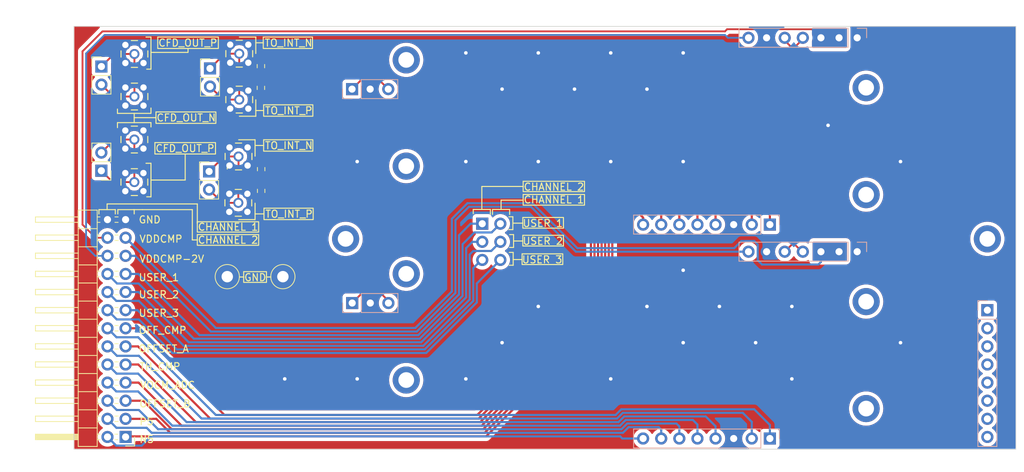
<source format=kicad_pcb>
(kicad_pcb (version 20221018) (generator pcbnew)
  (layers (0 "F.Cu" signal) (31 "B.Cu" signal) (34 "B.Paste" user) (35 "F.Paste" user) (36 "B.SilkS" user "B.Silkscreen") (37 "F.SilkS" user "F.Silkscreen") (38 "B.Mask" user) (39 "F.Mask" user) (44 "Edge.Cuts" user))
  (net 0 "")
  (net 1 "GND")
  (net 2 "/CFD_OUT_1_P")
  (net 3 "/CFD_OUT_1_N")
  (net 4 "/TO_INT_1_N")
  (net 5 "/TO_INT_1_P")
  (net 6 "/CFD_OUT_2_P")
  (net 7 "/CFD_OUT_2_N")
  (net 8 "/TO_INT_2_N")
  (net 9 "/TO_INT_2_P")
  (net 10 "/11")
  (net 11 "/3")
  (net 12 "/9")
  (net 13 "/5")
  (net 14 "/13")
  (net 15 "/15")
  (net 16 "/17")
  (net 17 "/12")
  (net 18 "/4")
  (net 19 "/10")
  (net 20 "/6")
  (net 21 "/16")
  (net 22 "/18")
  (net 23 "/19")
  (net 24 "/20")
  (net 25 "/21")
  (net 26 "/22")
  (net 27 "/14")
  (net 28 "/7")
  (net 29 "/8")
  (net 30 "/23")
  (net 31 "/24")
  (net 32 "/1")
  (net 33 "/2")
  (footprint "MountingHole:MountingHole_2.2mm_M2_DIN965_Pad" (layer "F.Cu") (at 193.3 80.6)
    (fp_text reference "H8" hide)
    (fp_text value "MountingHole")
  )
  (footprint "MountingHole:MountingHole_2.2mm_M2_DIN965_Pad" (layer "F.Cu") (at 128.8 61.6)
    (fp_text reference "H1" hide)
    (fp_text value "MountingHole")
  )
  (footprint "MountingHole:MountingHole_2.2mm_M2_DIN965_Pad" (layer "F.Cu") (at 128.8 46.7)
    (fp_text reference "H6" hide)
    (fp_text value "MountingHole")
  )
  (footprint "Resistor_SMD:R_0603_1608Metric" (layer "F.Cu") (at 108.45 65.071486 90)
    (fp_text reference "R4" hide)
    (fp_text value "50")
  )
  (footprint "my_footprints:COAX4_MMCX-J-P-H-ST-TH1_SAI" (layer "F.Cu") (at 105.25 66.746486)
    (fp_text reference "J19" hide)
    (fp_text value "Conn_01x05_Socket")
  )
  (footprint "my_footprints:COAX4_MMCX-J-P-H-ST-TH1_SAI" (layer "F.Cu") (at 90.68 51.84)
    (fp_text reference "J9" hide)
    (fp_text value "Conn_01x05_Socket")
  )
  (footprint "my_footprints:COAX4_MMCX-J-P-H-ST-TH1_SAI" (layer "F.Cu") (at 90.67 63.84)
    (fp_text reference "J14" hide)
    (fp_text value "Conn_01x05_Socket")
  )
  (footprint "MountingHole:MountingHole_2.2mm_M2_DIN965_Pad" (layer "F.Cu") (at 193.3 95.6)
    (fp_text reference "H4" hide)
    (fp_text value "MountingHole")
  )
  (footprint "MountingHole:MountingHole_2.2mm_M2_DIN965_Pad" (layer "F.Cu") (at 210.3 71.8)
    (fp_text reference "H9" hide)
    (fp_text value "MountingHole")
  )
  (footprint "Connector_PinHeader_2.54mm:PinHeader_1x02_P2.54mm_Vertical" (layer "F.Cu") (at 86.05 47.63)
    (fp_text reference "J8" hide)
    (fp_text value "Conn_01x02_Pin")
  )
  (footprint "Connector_PinHeader_2.54mm:PinHeader_1x02_P2.54mm_Vertical" (layer "F.Cu") (at 86.04 62.245 180)
    (fp_text reference "J15" hide)
    (fp_text value "Conn_01x02_Pin")
  )
  (footprint "MountingHole:MountingHole_2.2mm_M2_DIN965_Pad" (layer "F.Cu") (at 128.8 76.7)
    (fp_text reference "H3" hide)
    (fp_text value "MountingHole")
  )
  (footprint "Resistor_SMD:R_0603_1608Metric" (layer "F.Cu") (at 108.42 50.625 90)
    (fp_text reference "R2" hide)
    (fp_text value "50")
  )
  (footprint "MountingHole:MountingHole_2.2mm_M2_DIN965_Pad" (layer "F.Cu") (at 128.8 91.6)
    (fp_text reference "H2" hide)
    (fp_text value "MountingHole")
  )
  (footprint "MountingHole:MountingHole_2.2mm_M2_DIN965_Pad" (layer "F.Cu") (at 193.3 50.6)
    (fp_text reference "H7" hide)
    (fp_text value "MountingHole")
  )
  (footprint "Connector_PinHeader_2.54mm:PinHeader_1x02_P2.54mm_Vertical" (layer "F.Cu") (at 101.28 47.9)
    (fp_text reference "J5" hide)
    (fp_text value "Conn_01x02_Pin")
  )
  (footprint "my_footprints:COAX4_MMCX-J-P-H-ST-TH1_SAI" (layer "F.Cu") (at 90.68 45.87)
    (fp_text reference "J7" hide)
    (fp_text value "Conn_01x05_Socket")
  )
  (footprint "Connector_PinHeader_2.54mm:PinHeader_2x13_P2.54mm_Horizontal" (layer "F.Cu") (at 89.44 99.58 180)
    (fp_text reference "J11" hide)
    (fp_text value "Conn_02x13_Counter_Clockwise")
  )
  (footprint "Connector_PinHeader_2.54mm:PinHeader_1x02_P2.54mm_Vertical" (layer "F.Cu") (at 101.15 62.346486)
    (fp_text reference "J18" hide)
    (fp_text value "Conn_01x02_Pin")
  )
  (footprint "my_footprints:COAX4_MMCX-J-P-H-ST-TH1_SAI" (layer "F.Cu") (at 90.67 57.87)
    (fp_text reference "J16" hide)
    (fp_text value "Conn_01x05_Socket")
  )
  (footprint "my_footprints:COAX4_MMCX-J-P-H-ST-TH1_SAI" (layer "F.Cu") (at 105.38 52.27 -90)
    (fp_text reference "J6" hide)
    (fp_text value "Conn_01x05_Socket")
  )
  (footprint "TestPoint:TestPoint_Loop_D2.60mm_Drill1.6mm_Beaded" (layer "F.Cu") (at 103.7 77.1)
    (fp_text reference "J10" hide)
    (fp_text value "Conn_01x01_Pin")
  )
  (footprint "TestPoint:TestPoint_Loop_D2.60mm_Drill1.6mm_Beaded" (layer "F.Cu") (at 111.5 77.1)
    (fp_text reference "J20" hide)
    (fp_text value "Conn_01x01_Pin")
  )
  (footprint "Resistor_SMD:R_0603_1608Metric" (layer "F.Cu") (at 108.45 62.021486 90)
    (fp_text reference "R3" hide)
    (fp_text value "50")
  )
  (footprint "Connector_PinHeader_2.54mm:PinHeader_2x03_P2.54mm_Vertical" (layer "F.Cu") (at 139.46 69.675)
    (fp_text reference "J13" hide)
    (fp_text value "Conn_02x03_Counter_Clockwise")
  )
  (footprint "MountingHole:MountingHole_2.2mm_M2_DIN965_Pad" (layer "F.Cu") (at 120.3 71.8)
    (fp_text reference "H10" hide)
    (fp_text value "MountingHole")
  )
  (footprint "Resistor_SMD:R_0603_1608Metric" (layer "F.Cu") (at 108.42 47.575 90)
    (fp_text reference "R1" hide)
    (fp_text value "50")
  )
  (footprint "my_footprints:COAX4_MMCX-J-P-H-ST-TH1_SAI" (layer "F.Cu") (at 105.38 45.83 -90)
    (fp_text reference "J4" hide)
    (fp_text value "Conn_01x05_Socket")
  )
  (footprint "MountingHole:MountingHole_2.2mm_M2_DIN965_Pad" (layer "F.Cu") (at 193.3 65.6)
    (fp_text reference "H5" hide)
    (fp_text value "MountingHole")
  )
  (footprint "my_footprints:COAX4_MMCX-J-P-H-ST-TH1_SAI" (layer "F.Cu") (at 105.28 60.246486)
    (fp_text reference "J17" hide)
    (fp_text value "Conn_01x05_Socket")
  )
  (footprint "Connector_PinSocket_2.54mm:PinSocket_1x07_P2.54mm_Vertical" (layer "B.Cu") (at 192.04 43.6 90)
    (fp_text reference "J2" hide)
    (fp_text value "Conn_01x07")
  )
  (footprint "Connector_PinSocket_2.54mm:PinSocket_1x08_P2.54mm_Vertical" (layer "B.Cu") (at 210.3 81.8 180)
    (fp_text reference "J12" hide)
    (fp_text value "Conn_01x08")
  )
  (footprint "Connector_PinSocket_2.54mm:PinSocket_1x03_P2.54mm_Vertical" (layer "B.Cu") (at 121.2 50.8 -90)
    (fp_text reference "J3" hide)
    (fp_text value "Conn_01x03")
  )
  (footprint "Connector_PinSocket_2.54mm:PinSocket_1x07_P2.54mm_Vertical" (layer "B.Cu") (at 192.04 73.6 90)
    (fp_text reference "J23" hide)
    (fp_text value "Conn_01x07")
  )
  (footprint "Connector_PinSocket_2.54mm:PinSocket_1x08_P2.54mm_Vertical" (layer "B.Cu") (at 179.8 69.8 90)
    (fp_text reference "J1" hide)
    (fp_text value "Conn_01x08")
  )
  (footprint "Connector_PinSocket_2.54mm:PinSocket_1x03_P2.54mm_Vertical" (layer "B.Cu") (at 121.22 80.8 -90)
    (fp_text reference "J21" hide)
    (fp_text value "Conn_01x03")
  )
  (footprint "Connector_PinSocket_2.54mm:PinSocket_1x08_P2.54mm_Vertical" (layer "B.Cu") (at 179.8 99.8 90)
    (fp_text reference "J22" hide)
    (fp_text value "Conn_01x08")
  )
  (gr_line (start 93 45.65) (end 93.4 45.65) (stroke (width 0.15)) (layer "F.SilkS"))
  (gr_line (start 108.8 53.8) (end 107.7 53.8) (stroke (width 0.15)) (layer "F.SilkS"))
  (gr_line (start 105.3 69.1) (end 107.6 69.1) (stroke (width 0.15)) (layer "F.SilkS"))
  (gr_line (start 90.6 67.7) (end 91.8 67.7) (stroke (width 0.15)) (layer "F.SilkS"))
  (gr_line (start 98.2 45.1) (end 98.2 45.6) (stroke (width 0.15)) (layer "F.SilkS"))
  (gr_line (start 85.7 68.3) (end 85.7 67.7) (stroke (width 0.15)) (layer "F.SilkS"))
  (gr_line (start 90.65 55.5) (end 90.65 54.2) (stroke (width 0.15)) (layer "F.SilkS"))
  (gr_line (start 97.2 63.55) (end 97.8 63.55) (stroke (width 0.15)) (layer "F.SilkS"))
  (gr_line (start 108.8 58.7) (end 107.7 58.7) (stroke (width 0.15)) (layer "F.SilkS"))
  (gr_line (start 93 53.45) (end 93 54.15) (stroke (width 0.15)) (layer "F.SilkS"))
  (gr_line (start 140.6 67.675) (end 140.6 68.375) (stroke (width 0.15)) (layer "F.SilkS"))
  (gr_line (start 99.5 69.6) (end 99.5 66.9) (stroke (width 0.15)) (layer "F.SilkS"))
  (gr_line (start 85.7 67.7) (end 88 67.7) (stroke (width 0.15)) (layer "F.SilkS"))
  (gr_rect (start 145.2 65.575) (end 153.8 67.075) (stroke (width 0.15)) (fill none) (layer "F.SilkS"))
  (gr_line (start 88.35 67.7) (end 90.65 67.7) (stroke (width 0.15)) (layer "F.SilkS"))
  (gr_line (start 93 65.9) (end 92.4 65.9) (stroke (width 0.15)) (layer "F.SilkS"))
  (gr_rect (start 106 76.4) (end 109.2 77.9) (stroke (width 0.15)) (fill none) (layer "F.SilkS"))
  (gr_line (start 108.75 44.3) (end 107.7 44.3) (stroke (width 0.15)) (layer "F.SilkS"))
  (gr_rect (start 108.85 67.5) (end 115.75 69.1) (stroke (width 0.15)) (fill none) (layer "F.SilkS"))
  (gr_line (start 93.4 45.65) (end 98.2 45.65) (stroke (width 0.15)) (layer "F.SilkS"))
  (gr_rect (start 93.55 58.3) (end 102.05 59.9) (stroke (width 0.15)) (fill none) (layer "F.SilkS"))
  (gr_line (start 105.4 54.6) (end 107.7 54.6) (stroke (width 0.15)) (layer "F.SilkS"))
  (gr_line (start 143.8 74.7) (end 144.3 74.7) (stroke (width 0.15)) (layer "F.SilkS"))
  (gr_line (start 93 54.2) (end 88.3 54.2) (stroke (width 0.15)) (layer "F.SilkS"))
  (gr_line (start 138.2 67.675) (end 140.6 67.675) (stroke (width 0.15)) (layer "F.SilkS"))
  (gr_line (start 143.2 68.7) (end 143.75 68.7) (stroke (width 0.15)) (layer "F.SilkS"))
  (gr_line (start 108.85 68.3) (end 107.6 68.3) (stroke (width 0.15)) (layer "F.SilkS"))
  (gr_line (start 107.7 43.6) (end 107.7 43.5) (stroke (width 0.15)) (layer "F.SilkS"))
  (gr_line (start 86.85 66.9) (end 99.5 66.9) (stroke (width 0.15)) (layer "F.SilkS"))
  (gr_line (start 88 67.7) (end 88 68.3) (stroke (width 0.15)) (layer "F.SilkS"))
  (gr_line (start 97.8 59.9) (end 97.8 63.55) (stroke (width 0.15)) (layer "F.SilkS"))
  (gr_line (start 138.2 68.275) (end 138.2 67.675) (stroke (width 0.15)) (layer "F.SilkS"))
  (gr_line (start 143.85 73) (end 143.3 73) (stroke (width 0.15)) (layer "F.SilkS"))
  (gr_line (start 86.85 67.7) (end 86.85 66.9) (stroke (width 0.15)) (layer "F.SilkS"))
  (gr_line (start 107.7 43.5) (end 105.4 43.5) (stroke (width 0.15)) (layer "F.SilkS"))
  (gr_line (start 143.75 68.7) (end 143.75 70.5) (stroke (width 0.15)) (layer "F.SilkS"))
  (gr_line (start 88.3 56.2) (end 88.3 55.5) (stroke (width 0.15)) (layer "F.SilkS"))
  (gr_rect (start 145.15 71.3) (end 150.85 72.8) (stroke (width 0.15)) (fill none) (layer "F.SilkS"))
  (gr_line (start 93 63.55) (end 93.4 63.55) (stroke (width 0.15)) (layer "F.SilkS"))
  (gr_line (start 142.1 67.675) (end 142.1 66.375) (stroke (width 0.15)) (layer "F.SilkS"))
  (gr_rect (start 93.95 43.5) (end 102.45 45.1) (stroke (width 0.15)) (fill none) (layer "F.SilkS"))
  (gr_rect (start 108.8 57.9) (end 115.7 59.5) (stroke (width 0.15)) (fill none) (layer "F.SilkS"))
  (gr_rect (start 145.05 73.9) (end 150.75 75.4) (stroke (width 0.15)) (fill none) (layer "F.SilkS"))
  (gr_line (start 143.8 75.5) (end 143.25 75.5) (stroke (width 0.15)) (layer "F.SilkS"))
  (gr_line (start 142.1 66.375) (end 145.2 66.375) (stroke (width 0.15)) (layer "F.SilkS"))
  (gr_line (start 98.8 71.95) (end 98.8 67.7) (stroke (width 0.15)) (layer "F.SilkS"))
  (gr_line (start 93 43.5) (end 93 48) (stroke (width 0.15)) (layer "F.SilkS"))
  (gr_line (start 88.35 68.3) (end 88.35 67.7) (stroke (width 0.15)) (layer "F.SilkS"))
  (gr_line (start 93.4 63.55) (end 97.2 63.55) (stroke (width 0.15)) (layer "F.SilkS"))
  (gr_line (start 143.85 71.2) (end 143.85 73) (stroke (width 0.15)) (layer "F.SilkS"))
  (gr_line (start 93 48) (end 92.4 48) (stroke (width 0.15)) (layer "F.SilkS"))
  (gr_line (start 92.3 61.2) (end 93 61.2) (stroke (width 0.15)) (layer "F.SilkS"))
  (gr_line (start 88.3 54.2) (end 88.3 53.6) (stroke (width 0.15)) (layer "F.SilkS"))
  (gr_line (start 143.3 67.675) (end 143.3 68.375) (stroke (width 0.15)) (layer "F.SilkS"))
  (gr_line (start 107.6 69.1) (end 107.6 66.8) (stroke (width 0.15)) (layer "F.SilkS"))
  (gr_line (start 143.3 71.2) (end 143.85 71.2) (stroke (width 0.15)) (layer "F.SilkS"))
  (gr_line (start 90.65 54.8) (end 93.7 54.8) (stroke (width 0.15)) (layer "F.SilkS"))
  (gr_line (start 140.9 68.375) (end 140.9 67.675) (stroke (width 0.15)) (layer "F.SilkS"))
  (gr_line (start 143.8 69.6) (end 145.15 69.6) (stroke (width 0.15)) (layer "F.SilkS"))
  (gr_rect (start 108.75 43.5) (end 115.65 45.1) (stroke (width 0.15)) (fill none) (layer "F.SilkS"))
  (gr_line (start 140.9 67.675) (end 143.3 67.675) (stroke (width 0.15)) (layer "F.SilkS"))
  (gr_line (start 107.7 45.8) (end 107.7 43.6) (stroke (width 0.15)) (layer "F.SilkS"))
  (gr_line (start 93 61.2) (end 93 65.9) (stroke (width 0.15)) (layer "F.SilkS"))
  (gr_rect (start 93.7 54) (end 102.1 55.6) (stroke (width 0.15)) (fill none) (layer "F.SilkS"))
  (gr_line (start 105.3 57.9) (end 107.6 57.9) (stroke (width 0.15)) (layer "F.SilkS"))
  (gr_rect (start 99.5 69.4) (end 108.1 70.85) (stroke (width 0.15)) (fill none) (layer "F.SilkS"))
  (gr_line (start 144.3 74.7) (end 145.05 74.7) (stroke (width 0.15)) (layer "F.SilkS"))
  (gr_line (start 143.25 73.7) (end 143.8 73.7) (stroke (width 0.15)) (layer "F.SilkS"))
  (gr_rect (start 99.5 71.2) (end 108.1 72.7) (stroke (width 0.15)) (fill none) (layer "F.SilkS"))
  (gr_line (start 88.3 55.5) (end 93 55.5) (stroke (width 0.15)) (layer "F.SilkS"))
  (gr_line (start 107.6 57.9) (end 107.6 60.2) (stroke (width 0.15)) (layer "F.SilkS"))
  (gr_line (start 92.3 43.5) (end 93 43.5) (stroke (width 0.15)) (layer "F.SilkS"))
  (gr_rect (start 145.15 68.8) (end 150.85 70.3) (stroke (width 0.15)) (fill none) (layer "F.SilkS"))
  (gr_line (start 109.2 77.15) (end 109.8 77.15) (stroke (width 0.15)) (layer "F.SilkS"))
  (gr_line (start 90.65 67.7) (end 90.65 68.3) (stroke (width 0.15)) (layer "F.SilkS"))
  (gr_line (start 98.8 71.95) (end 99.5 71.95) (stroke (width 0.15)) (layer "F.SilkS"))
  (gr_line (start 145.2 64.45) (end 139.4 64.45) (stroke (width 0.15)) (layer "F.SilkS"))
  (gr_line (start 143.8 73.7) (end 143.8 75.5) (stroke (width 0.15)) (layer "F.SilkS"))
  (gr_line (start 93 55.5) (end 93 56.1) (stroke (width 0.15)) (layer "F.SilkS"))
  (gr_line (start 139.4 64.475) (end 139.4 67.6) (stroke (width 0.15)) (layer "F.SilkS"))
  (gr_line (start 107.7 54.6) (end 107.7 52.3) (stroke (width 0.15)) (layer "F.SilkS"))
  (gr_line (start 143.85 72.1) (end 145.15 72.1) (stroke (width 0.15)) (layer "F.SilkS"))
  (gr_line (start 103.7 62) (end 103.7 61.3) (stroke (width 0.15)) (layer "F.SilkS"))
  (gr_rect (start 145.2 63.725) (end 153.8 65.175) (stroke (width 0.15)) (fill none) (layer "F.SilkS"))
  (gr_line (start 143.75 70.5) (end 143.2 70.5) (stroke (width 0.15)) (layer "F.SilkS"))
  (gr_line (start 98.8 67.7) (end 91.8 67.7) (stroke (width 0.15)) (layer "F.SilkS"))
  (gr_line (start 106 77.15) (end 105.4 77.15) (stroke (width 0.15)) (layer "F.SilkS"))
  (gr_rect (start 108.8 53) (end 115.7 54.6) (stroke (width 0.15)) (fill none) (layer "F.SilkS"))
  (gr_rect (start 82.2 42) (end 214.3 101.3) (stroke (width 0.1)) (fill none) (layer "Edge.Cuts"))
  (gr_text "VOCM_ADC" (at 91.4 92.9) (layer "F.SilkS") (effects (font (size 1 1)) (justify left bottom)))
  (gr_text "CFD_OUT_N\n" (at 93.7 55.4) (layer "F.SilkS") (effects (font (size 1 1)) (justify left bottom)))
  (gr_text "CHANNEL 2\n" (at 145.2 65.1) (layer "F.SilkS") (effects (font (size 1 1)) (justify left bottom)))
  (gr_text "GND\n" (at 106 77.8) (layer "F.SilkS") (effects (font (size 1 1)) (justify left bottom)))
  (gr_text "OFF_CMP" (at 91.2 85.2) (layer "F.SilkS") (effects (font (size 1 1)) (justify left bottom)))
  (gr_text "TO_INT_N" (at 108.85 44.9) (layer "F.SilkS") (effects (font (size 1 1)) (justify left bottom)))
  (gr_text "VDDCMP\n" (at 91.3 72.4) (layer "F.SilkS") (effects (font (size 1 1)) (justify left bottom)))
  (gr_text "OFFSET_A" (at 91.2 87.8) (layer "F.SilkS") (effects (font (size 1 1)) (justify left bottom)))
  (gr_text "CFD_OUT_P" (at 93.95 44.9) (layer "F.SilkS") (effects (font (size 1 1)) (justify left bottom)))
  (gr_text "VDDCMP-2V" (at 91.3 75.2) (layer "F.SilkS") (effects (font (size 1 1)) (justify left bottom)))
  (gr_text "USER_1" (at 91.2 77.8) (layer "F.SilkS") (effects (font (size 1 1)) (justify left bottom)))
  (gr_text "USER 3" (at 144.95 75.3) (layer "F.SilkS") (effects (font (size 1 1)) (justify left bottom)))
  (gr_text "USER 2" (at 145.05 72.7) (layer "F.SilkS") (effects (font (size 1 1)) (justify left bottom)))
  (gr_text "USER_2" (at 91.2 80.2) (layer "F.SilkS") (effects (font (size 1 1)) (justify left bottom)))
  (gr_text "GND" (at 91.2 69.7) (layer "F.SilkS") (effects (font (size 1 1)) (justify left bottom)))
  (gr_text "OFFSET_B" (at 91.3 95.5) (layer "F.SilkS") (effects (font (size 1 1)) (justify left bottom)))
  (gr_text "P5" (at 91.3 98) (layer "F.SilkS") (effects (font (size 1 1)) (justify left bottom)))
  (gr_text "CHANNEL 2\n" (at 99.5 72.55) (layer "F.SilkS") (effects (font (size 1 1)) (justify left bottom)))
  (gr_text "CFD_OUT_P" (at 93.55 59.7) (layer "F.SilkS") (effects (font (size 1 1)) (justify left bottom)))
  (gr_text "TO_INT_P" (at 108.9 54.4) (layer "F.SilkS") (effects (font (size 1 1)) (justify left bottom)))
  (gr_text "CHANNEL 1" (at 99.5 70.725) (layer "F.SilkS") (effects (font (size 1 1)) (justify left bottom)))
  (gr_text "USER 1" (at 145.05 70.2) (layer "F.SilkS") (effects (font (size 1 1)) (justify left bottom)))
  (gr_text "TH_CMP" (at 91.3 90.3) (layer "F.SilkS") (effects (font (size 1 1)) (justify left bottom)))
  (gr_text "USER_3" (at 91.2 82.8) (layer "F.SilkS") (effects (font (size 1 1)) (justify left bottom)))
  (gr_text "TO_INT_P" (at 108.95 68.9) (layer "F.SilkS") (effects (font (size 1 1)) (justify left bottom)))
  (gr_text "N5" (at 91.3 100.5) (layer "F.SilkS") (effects (font (size 1 1)) (justify left bottom)))
  (gr_text "TO_INT_N" (at 108.9 59.3) (layer "F.SilkS") (effects (font (size 1 1)) (justify left bottom)))
  (gr_text "CHANNEL 1" (at 145.2 66.9) (layer "F.SilkS") (effects (font (size 1 1)) (justify left bottom)))
  (segment (start 86.58 69.1) (end 86.9 69.42) (width 0.254) (layer "F.Cu") (net 1))
  (segment (start 108.42 51.5) (end 108.42 51.3) (width 0.254) (layer "F.Cu") (net 1))
  (via (at 167.64 60.96) (size 1.3) (drill 0.5) (layers "F.Cu" "B.Cu") (net 1))
  (via (at 147.32 81.28) (size 1.3) (drill 0.5) (layers "F.Cu" "B.Cu") (net 1))
  (via (at 157.48 45.72) (size 1.3) (drill 0.5) (layers "F.Cu" "B.Cu") (net 1))
  (via (at 152.4 50.8) (size 1.3) (drill 0.5) (layers "F.Cu" "B.Cu") (net 1))
  (via (at 137.16 60.96) (size 1.3) (drill 0.5) (layers "F.Cu" "B.Cu") (net 1))
  (via (at 177.8 86.36) (size 1.3) (drill 0.5) (layers "F.Cu" "B.Cu") (net 1))
  (via (at 142.24 50.8) (size 1.3) (drill 0.5) (layers "F.Cu" "B.Cu") (net 1))
  (via (at 142.24 86.36) (size 1.3) (drill 0.5) (layers "F.Cu" "B.Cu") (net 1))
  (via (at 187.96 55.88) (size 1.3) (drill 0.5) (layers "F.Cu" "B.Cu") (net 1))
  (via (at 172.72 81.28) (size 1.3) (drill 0.5) (layers "F.Cu" "B.Cu") (net 1))
  (via (at 167.64 45.72) (size 1.3) (drill 0.5) (layers "F.Cu" "B.Cu") (net 1))
  (via (at 121.92 91.44) (size 1.3) (drill 0.5) (layers "F.Cu" "B.Cu") (net 1))
  (via (at 162.56 50.8) (size 1.3) (drill 0.5) (layers "F.Cu" "B.Cu") (net 1))
  (via (at 198.12 60.96) (size 1.3) (drill 0.5) (layers "F.Cu" "B.Cu") (net 1))
  (via (at 111.76 91.44) (size 1.3) (drill 0.5) (layers "F.Cu" "B.Cu") (net 1))
  (via (at 182.88 91.44) (size 1.3) (drill 0.5) (layers "F.Cu" "B.Cu") (net 1))
  (via (at 162.56 81.28) (size 1.3) (drill 0.5) (layers "F.Cu" "B.Cu") (net 1))
  (via (at 137.16 45.72) (size 1.3) (drill 0.5) (layers "F.Cu" "B.Cu") (net 1))
  (via (at 167.64 86.36) (size 1.3) (drill 0.5) (layers "F.Cu" "B.Cu") (net 1))
  (via (at 137.16 91.44) (size 1.3) (drill 0.5) (layers "F.Cu" "B.Cu") (net 1))
  (via (at 182.88 81.28) (size 1.3) (drill 0.5) (layers "F.Cu" "B.Cu") (net 1))
  (via (at 157.48 60.96) (size 1.3) (drill 0.5) (layers "F.Cu" "B.Cu") (net 1))
  (via (at 147.32 60.96) (size 1.3) (drill 0.5) (layers "F.Cu" "B.Cu") (net 1))
  (via (at 167.64 76.2) (size 1.3) (drill 0.5) (layers "F.Cu" "B.Cu") (net 1))
  (via (at 198.12 86.36) (size 1.3) (drill 0.5) (layers "F.Cu" "B.Cu") (net 1))
  (via (at 121.92 60.96) (size 1.3) (drill 0.5) (layers "F.Cu" "B.Cu") (net 1))
  (via (at 157.48 91.44) (size 1.3) (drill 0.5) (layers "F.Cu" "B.Cu") (net 1))
  (via (at 147.32 45.72) (size 1.3) (drill 0.5) (layers "F.Cu" "B.Cu") (net 1))
  (segment (start 89.44 69.42) (end 89.76 69.1) (width 0.3) (layer "B.Cu") (net 1))
  (segment (start 90.68 45.87) (end 90.68 47.98) (width 0.254) (layer "F.Cu") (net 2))
  (segment (start 182.846 52.411948) (end 182.846 44.946) (width 0.254) (layer "F.Cu") (net 2))
  (segment (start 91.2 48.5) (end 93.121024 48.5) (width 0.254) (layer "F.Cu") (net 2))
  (segment (start 182.846 44.946) (end 181.84 43.94) (width 0.254) (layer "F.Cu") (net 2))
  (segment (start 90.68 47.98) (end 91.2 48.5) (width 0.254) (layer "F.Cu") (net 2))
  (segment (start 94.527 52.427) (end 97 54.9) (width 0.254) (layer "F.Cu") (net 2))
  (segment (start 93.121024 48.5) (end 94.527 49.905976) (width 0.254) (layer "F.Cu") (net 2))
  (segment (start 181.84 43.94) (end 181.84 43.6) (width 0.254) (layer "F.Cu") (net 2))
  (segment (start 97 54.9) (end 180.357948 54.9) (width 0.254) (layer "F.Cu") (net 2))
  (segment (start 94.527 49.905976) (end 94.527 52.427) (width 0.254) (layer "F.Cu") (net 2))
  (segment (start 180.357948 54.9) (end 182.846 52.411948) (width 0.254) (layer "F.Cu") (net 2))
  (segment (start 87.81 45.87) (end 86.05 47.63) (width 0.254) (layer "F.Cu") (net 2))
  (segment (start 90.68 45.87) (end 87.81 45.87) (width 0.254) (layer "F.Cu") (net 2))
  (segment (start 181.84 43.84) (end 181.84 43.6) (width 0.254) (layer "B.Cu") (net 2))
  (segment (start 184.38 43.82) (end 184.38 43.6) (width 0.254) (layer "F.Cu") (net 3))
  (segment (start 183.3 44.9) (end 184.38 43.82) (width 0.254) (layer "F.Cu") (net 3))
  (segment (start 90.68 51.84) (end 90.68 49.52) (width 0.254) (layer "F.Cu") (net 3))
  (segment (start 92.932972 48.954) (end 94.073 50.094028) (width 0.254) (layer "F.Cu") (net 3))
  (segment (start 90.68 49.52) (end 91.246 48.954) (width 0.254) (layer "F.Cu") (net 3))
  (segment (start 91.246 48.954) (end 92.932972 48.954) (width 0.254) (layer "F.Cu") (net 3))
  (segment (start 96.811948 55.354) (end 180.546 55.354) (width 0.254) (layer "F.Cu") (net 3))
  (segment (start 90.68 51.84) (end 87.72 51.84) (width 0.254) (layer "F.Cu") (net 3))
  (segment (start 180.546 55.354) (end 183.3 52.6) (width 0.254) (layer "F.Cu") (net 3))
  (segment (start 183.3 52.6) (end 183.3 44.9) (width 0.254) (layer "F.Cu") (net 3))
  (segment (start 94.073 50.094028) (end 94.073 52.615052) (width 0.254) (layer "F.Cu") (net 3))
  (segment (start 87.72 51.84) (end 86.05 50.17) (width 0.254) (layer "F.Cu") (net 3))
  (segment (start 94.073 52.615052) (end 96.811948 55.354) (width 0.254) (layer "F.Cu") (net 3))
  (segment (start 184.38 43.6) (end 184.38 43.82) (width 0.254) (layer "B.Cu") (net 3))
  (segment (start 123.967 48.487) (end 123.967 47.545972) (width 0.254) (layer "F.Cu") (net 4))
  (segment (start 126.28 51.02) (end 126.28 50.8) (width 0.254) (layer "F.Cu") (net 4))
  (segment (start 122.867028 46.446) (end 120.011948 46.446) (width 0.254) (layer "F.Cu") (net 4))
  (segment (start 126.28 50.8) (end 126.28 51.32) (width 0.3) (layer "F.Cu") (net 4))
  (segment (start 117.557948 48.9) (end 109.68 48.9) (width 0.254) (layer "F.Cu") (net 4))
  (segment (start 106.28 48.4) (end 108.42 48.4) (width 0.254) (layer "F.Cu") (net 4))
  (segment (start 109.18 48.4) (end 108.42 48.4) (width 0.254) (layer "F.Cu") (net 4))
  (segment (start 123.967 47.545972) (end 122.867028 46.446) (width 0.254) (layer "F.Cu") (net 4))
  (segment (start 120.011948 46.446) (end 117.557948 48.9) (width 0.254) (layer "F.Cu") (net 4))
  (segment (start 126.28 50.8) (end 123.967 48.487) (width 0.254) (layer "F.Cu") (net 4))
  (segment (start 105.38 47.5) (end 106.28 48.4) (width 0.254) (layer "F.Cu") (net 4))
  (segment (start 105.38 45.83) (end 103.35 45.83) (width 0.254) (layer "F.Cu") (net 4))
  (segment (start 103.35 45.83) (end 101.28 47.9) (width 0.254) (layer "F.Cu") (net 4))
  (segment (start 109.68 48.9) (end 109.54 48.76) (width 0.254) (layer "F.Cu") (net 4))
  (segment (start 109.68 48.9) (end 109.18 48.4) (width 0.254) (layer "F.Cu") (net 4))
  (segment (start 105.38 45.83) (end 105.38 47.5) (width 0.254) (layer "F.Cu") (net 4))
  (segment (start 123.513 48.487) (end 123.513 47.734024) (width 0.254) (layer "F.Cu") (net 5))
  (segment (start 105.38 52.27) (end 103.11 52.27) (width 0.254) (layer "F.Cu") (net 5))
  (segment (start 117.746 49.354) (end 109.726 49.354) (width 0.254) (layer "F.Cu") (net 5))
  (segment (start 121.2 50.8) (end 123.513 48.487) (width 0.254) (layer "F.Cu") (net 5))
  (segment (start 105.38 50.6) (end 105.38 52.27) (width 0.254) (layer "F.Cu") (net 5))
  (segment (start 103.11 52.27) (end 101.28 50.44) (width 0.254) (layer "F.Cu") (net 5))
  (segment (start 109.726 49.354) (end 109.28 49.8) (width 0.254) (layer "F.Cu") (net 5))
  (segment (start 106.18 49.8) (end 105.38 50.6) (width 0.254) (layer "F.Cu") (net 5))
  (segment (start 121.2 50.8) (end 121.629172 51.229172) (width 0.3) (layer "F.Cu") (net 5))
  (segment (start 123.513 47.734024) (end 122.678976 46.9) (width 0.254) (layer "F.Cu") (net 5))
  (segment (start 109.28 49.8) (end 108.42 49.8) (width 0.254) (layer "F.Cu") (net 5))
  (segment (start 108.42 49.8) (end 106.18 49.8) (width 0.254) (layer "F.Cu") (net 5))
  (segment (start 109.726 49.354) (end 109.44 49.64) (width 0.254) (layer "F.Cu") (net 5))
  (segment (start 122.678976 46.9) (end 120.2 46.9) (width 0.254) (layer "F.Cu") (net 5))
  (segment (start 120.2 46.9) (end 117.746 49.354) (width 0.254) (layer "F.Cu") (net 5))
  (segment (start 90.67 63.84) (end 87.635 63.84) (width 0.254) (layer "F.Cu") (net 6))
  (segment (start 182.846 59.969852) (end 180.376148 57.5) (width 0.254) (layer "F.Cu") (net 6))
  (segment (start 87.635 63.84) (end 86.04 62.245) (width 0.254) (layer "F.Cu") (net 6))
  (segment (start 93.292053 61.07) (end 91.4 61.07) (width 0.254) (layer "F.Cu") (net 6))
  (segment (start 96.862052 57.5) (end 93.292053 61.07) (width 0.254) (layer "F.Cu") (net 6))
  (segment (start 182.846 72.634) (end 182.846 59.969852) (width 0.254) (layer "F.Cu") (net 6))
  (segment (start 180.376148 57.5) (end 96.862052 57.5) (width 0.254) (layer "F.Cu") (net 6))
  (segment (start 181.88 73.6) (end 182.846 72.634) (width 0.254) (layer "F.Cu") (net 6))
  (segment (start 91.4 61.07) (end 90.67 61.8) (width 0.254) (layer "F.Cu") (net 6))
  (segment (start 90.67 61.8) (end 90.67 63.84) (width 0.254) (layer "F.Cu") (net 6))
  (segment (start 91.446 60.616) (end 90.67 59.84) (width 0.254) (layer "F.Cu") (net 7))
  (segment (start 183.3 72.6) (end 183.3 59.7818) (width 0.254) (layer "F.Cu") (net 7))
  (segment (start 90.67 57.87) (end 87.875 57.87) (width 0.254) (layer "F.Cu") (net 7))
  (segment (start 183.3 59.7818) (end 180.5642 57.046) (width 0.254) (layer "F.Cu") (net 7))
  (segment (start 184.42 73.6) (end 184.3 73.6) (width 0.254) (layer "F.Cu") (net 7))
  (segment (start 180.5642 57.046) (end 96.674 57.046) (width 0.254) (layer "F.Cu") (net 7))
  (segment (start 90.67 59.84) (end 90.67 57.87) (width 0.254) (layer "F.Cu") (net 7))
  (segment (start 184.3 73.6) (end 183.3 72.6) (width 0.254) (layer "F.Cu") (net 7))
  (segment (start 96.674 57.046) (end 93.104 60.616) (width 0.254) (layer "F.Cu") (net 7))
  (segment (start 93.104 60.616) (end 91.446 60.616) (width 0.254) (layer "F.Cu") (net 7))
  (segment (start 87.875 57.87) (end 86.04 59.705) (width 0.254) (layer "F.Cu") (net 7))
  (segment (start 90.77 57.97) (end 90.67 57.87) (width 0.254) (layer "F.Cu") (net 7))
  (segment (start 121.367028 63.346) (end 109.626 63.346) (width 0.254) (layer "F.Cu") (net 8))
  (segment (start 105.28 61.8) (end 106.326486 62.846486) (width 0.254) (layer "F.Cu") (net 8))
  (segment (start 109.626 63.346) (end 109.126486 62.846486) (width 0.254) (layer "F.Cu") (net 8))
  (segment (start 105.28 60.246486) (end 103.25 60.246486) (width 0.254) (layer "F.Cu") (net 8))
  (segment (start 105.28 60.246486) (end 105.28 61.8) (width 0.254) (layer "F.Cu") (net 8))
  (segment (start 126.3 80.5) (end 124.154 78.354) (width 0.254) (layer "F.Cu") (net 8))
  (segment (start 103.25 60.246486) (end 101.15 62.346486) (width 0.254) (layer "F.Cu") (net 8))
  (segment (start 126.3 80.8) (end 126.3 80.5) (width 0.254) (layer "F.Cu") (net 8))
  (segment (start 124.154 78.354) (end 124.154 66.132972) (width 0.254) (layer "F.Cu") (net 8))
  (segment (start 106.326486 62.846486) (end 108.45 62.846486) (width 0.254) (layer "F.Cu") (net 8))
  (segment (start 125.7 80.8) (end 126.3 80.8) (width 0.254) (layer "F.Cu") (net 8))
  (segment (start 124.154 66.132972) (end 121.367028 63.346) (width 0.254) (layer "F.Cu") (net 8))
  (segment (start 109.626 63.346) (end 109.44 63.16) (width 0.254) (layer "F.Cu") (net 8))
  (segment (start 109.126486 62.846486) (end 108.45 62.846486) (width 0.254) (layer "F.Cu") (net 8))
  (segment (start 109.162501 64.246486) (end 108.45 64.246486) (width 0.254) (layer "F.Cu") (net 9))
  (segment (start 121.22 80.8) (end 121.22 80.79) (width 0.254) (layer "F.Cu") (net 9))
  (segment (start 109.608986 63.8) (end 109.404493 64.004493) (width 0.254) (layer "F.Cu") (net 9))
  (segment (start 123.7 66.321028) (end 122.9 65.521028) (width 0.254) (layer "F.Cu") (net 9))
  (segment (start 108.45 64.246486) (end 106.05 64.246486) (width 0.254) (layer "F.Cu") (net 9))
  (segment (start 121.178976 63.8) (end 109.608986 63.8) (width 0.254) (layer "F.Cu") (net 9))
  (segment (start 122.9 65.521024) (end 121.178976 63.8) (width 0.254) (layer "F.Cu") (net 9))
  (segment (start 106.05 64.246486) (end 105.25 65.046486) (width 0.254) (layer "F.Cu") (net 9))
  (segment (start 109.608987 63.8) (end 109.162501 64.246486) (width 0.254) (layer "F.Cu") (net 9))
  (segment (start 121.22 80.79) (end 123.7 78.31) (width 0.254) (layer "F.Cu") (net 9))
  (segment (start 123.7 78.31) (end 123.7 66.321028) (width 0.254) (layer "F.Cu") (net 9))
  (segment (start 105.25 66.746486) (end 103.01 66.746486) (width 0.254) (layer "F.Cu") (net 9))
  (segment (start 103.01 66.746486) (end 101.15 64.886486) (width 0.254) (layer "F.Cu") (net 9))
  (segment (start 122.9 65.521028) (end 122.9 65.521024) (width 0.254) (layer "F.Cu") (net 9))
  (segment (start 105.25 65.046486) (end 105.25 66.746486) (width 0.254) (layer "F.Cu") (net 9))
  (segment (start 177.26 69.8) (end 177.26 68.46) (width 0.3) (layer "F.Cu") (net 10))
  (segment (start 174.6 65.8) (end 158.507105 65.8) (width 0.3) (layer "F.Cu") (net 10))
  (segment (start 91.18 86.88) (end 89.44 86.88) (width 0.3) (layer "F.Cu") (net 10))
  (segment (start 101.3 97) (end 91.18 86.88) (width 0.3) (layer "F.Cu") (net 10))
  (segment (start 138.96447 97) (end 101.3 97) (width 0.3) (layer "F.Cu") (net 10))
  (segment (start 177.26 69.8) (end 177.26 69.84) (width 0.3) (layer "F.Cu") (net 10))
  (segment (start 155.2 80.76447) (end 138.96447 97) (width 0.3) (layer "F.Cu") (net 10))
  (segment (start 177.26 69.8) (end 177.13 69.8) (width 0.3) (layer "F.Cu") (net 10))
  (segment (start 155.2 69.107106) (end 155.2 80.76447) (width 0.3) (layer "F.Cu") (net 10))
  (segment (start 177.26 68.46) (end 174.6 65.8) (width 0.3) (layer "F.Cu") (net 10))
  (segment (start 89.44 87.2) (end 89.74 86.9) (width 0.3) (layer "F.Cu") (net 10))
  (segment (start 158.507105 65.8) (end 155.2 69.107106) (width 0.3) (layer "F.Cu") (net 10))
  (segment (start 163.9 67.8) (end 159.33553 67.8) (width 0.3) (layer "F.Cu") (net 11))
  (segment (start 164.56 69.8) (end 164.56 68.46) (width 0.3) (layer "F.Cu") (net 11))
  (segment (start 159.33553 67.8) (end 157.2 69.93553) (width 0.3) (layer "F.Cu") (net 11))
  (segment (start 95.7 99) (end 93.74 97.04) (width 0.3) (layer "F.Cu") (net 11))
  (segment (start 157.2 69.93553) (end 157.2 81.592894) (width 0.3) (layer "F.Cu") (net 11))
  (segment (start 164.56 68.46) (end 163.9 67.8) (width 0.3) (layer "F.Cu") (net 11))
  (segment (start 139.792895 99) (end 95.7 99) (width 0.3) (layer "F.Cu") (net 11))
  (segment (start 93.74 97.04) (end 89.44 97.04) (width 0.3) (layer "F.Cu") (net 11))
  (segment (start 157.2 81.592894) (end 139.792895 99) (width 0.3) (layer "F.Cu") (net 11))
  (segment (start 89.4 97) (end 89.14 97.26) (width 0.3) (layer "F.Cu") (net 11))
  (segment (start 155.7 80.971576) (end 155.7 69.314212) (width 0.3) (layer "F.Cu") (net 12))
  (segment (start 139.171577 97.5) (end 155.7 80.971576) (width 0.3) (layer "F.Cu") (net 12))
  (segment (start 170.1 66.3) (end 172.18 68.38) (width 0.3) (layer "F.Cu") (net 12))
  (segment (start 91.22 89.42) (end 99.3 97.5) (width 0.3) (layer "F.Cu") (net 12))
  (segment (start 158.714212 66.3) (end 170.1 66.3) (width 0.3) (layer "F.Cu") (net 12))
  (segment (start 99.3 97.5) (end 139.171577 97.5) (width 0.3) (layer "F.Cu") (net 12))
  (segment (start 172.18 68.38) (end 172.18 69.8) (width 0.3) (layer "F.Cu") (net 12))
  (segment (start 89.78 89.4) (end 89.44 89.74) (width 0.3) (layer "F.Cu") (net 12))
  (segment (start 89.44 89.42) (end 91.22 89.42) (width 0.3) (layer "F.Cu") (net 12))
  (segment (start 155.7 69.314212) (end 158.714212 66.3) (width 0.3) (layer "F.Cu") (net 12))
  (segment (start 159.128424 67.3) (end 156.7 69.728424) (width 0.3) (layer "F.Cu") (net 13))
  (segment (start 156.7 81.385788) (end 139.585789 98.5) (width 0.3) (layer "F.Cu") (net 13))
  (segment (start 95.907106 98.5) (end 91.907106 94.5) (width 0.3) (layer "F.Cu") (net 13))
  (segment (start 91.907106 94.5) (end 89.44 94.5) (width 0.3) (layer "F.Cu") (net 13))
  (segment (start 167.1 69.8) (end 167.1 68.5) (width 0.3) (layer "F.Cu") (net 13))
  (segment (start 167.1 68.5) (end 165.9 67.3) (width 0.3) (layer "F.Cu") (net 13))
  (segment (start 139.585789 98.5) (end 95.907106 98.5) (width 0.3) (layer "F.Cu") (net 13))
  (segment (start 89.36 94.5) (end 89.14 94.72) (width 0.3) (layer "F.Cu") (net 13))
  (segment (start 156.7 69.728424) (end 156.7 81.385788) (width 0.3) (layer "F.Cu") (net 13))
  (segment (start 165.9 67.3) (end 159.128424 67.3) (width 0.3) (layer "F.Cu") (net 13))
  (segment (start 138.757364 96.5) (end 103.3 96.5) (width 0.3) (layer "F.Cu") (net 14))
  (segment (start 89.9 84.2) (end 89.44 84.66) (width 0.3) (layer "F.Cu") (net 14))
  (segment (start 158.299999 65.3) (end 154.7 68.9) (width 0.3) (layer "F.Cu") (net 14))
  (segment (start 103.3 96.5) (end 91.14 84.34) (width 0.3) (layer "F.Cu") (net 14))
  (segment (start 179.8 68.4) (end 176.7 65.3) (width 0.3) (layer "F.Cu") (net 14))
  (segment (start 154.7 68.9) (end 154.7 80.557364) (width 0.3) (layer "F.Cu") (net 14))
  (segment (start 154.7 80.557364) (end 138.757364 96.5) (width 0.3) (layer "F.Cu") (net 14))
  (segment (start 179.8 69.8) (end 179.8 68.4) (width 0.3) (layer "F.Cu") (net 14))
  (segment (start 176.7 65.3) (end 158.299999 65.3) (width 0.3) (layer "F.Cu") (net 14))
  (segment (start 91.14 84.34) (end 89.44 84.34) (width 0.3) (layer "F.Cu") (net 14))
  (segment (start 89.86 81.7) (end 89.44 82.12) (width 0.3) (layer "F.Cu") (net 15))
  (segment (start 139.405 74.7) (end 138.2 75.905) (width 0.3) (layer "B.Cu") (net 15))
  (segment (start 131.4 87.3) (end 96.614212 87.3) (width 0.3) (layer "B.Cu") (net 15))
  (segment (start 138.2 80.5) (end 131.4 87.3) (width 0.3) (layer "B.Cu") (net 15))
  (segment (start 91.114212 81.8) (end 89.44 81.8) (width 0.3) (layer "B.Cu") (net 15))
  (segment (start 96.614212 87.3) (end 91.114212 81.8) (width 0.3) (layer "B.Cu") (net 15))
  (segment (start 138.2 75.905) (end 138.2 80.5) (width 0.3) (layer "B.Cu") (net 15))
  (segment (start 137.2 80) (end 130.9 86.3) (width 0.3) (layer "B.Cu") (net 16))
  (segment (start 130.9 86.3) (end 98.3 86.3) (width 0.3) (layer "B.Cu") (net 16))
  (segment (start 139.46 72.215) (end 138.085 72.215) (width 0.3) (layer "B.Cu") (net 16))
  (segment (start 137.2 73.1) (end 137.2 80) (width 0.3) (layer "B.Cu") (net 16))
  (segment (start 89.82 79.2) (end 89.44 79.58) (width 0.3) (layer "B.Cu") (net 16))
  (segment (start 98.3 86.3) (end 91.26 79.26) (width 0.3) (layer "B.Cu") (net 16))
  (segment (start 138.085 72.215) (end 137.2 73.1) (width 0.3) (layer "B.Cu") (net 16))
  (segment (start 91.26 79.26) (end 89.44 79.26) (width 0.3) (layer "B.Cu") (net 16))
  (segment (start 177.26 97.46) (end 176 96.2) (width 0.3) (layer "B.Cu") (net 17))
  (segment (start 91.3 88.2) (end 88.22 88.2) (width 0.3) (layer "B.Cu") (net 17))
  (segment (start 176 96.2) (end 159.16447 96.2) (width 0.3) (layer "B.Cu") (net 17))
  (segment (start 159.16447 96.2) (end 158.364471 97) (width 0.3) (layer "B.Cu") (net 17))
  (segment (start 177.26 99.8) (end 177.26 97.46) (width 0.3) (layer "B.Cu") (net 17))
  (segment (start 87.4 87.2) (end 86.9 87.2) (width 0.3) (layer "B.Cu") (net 17))
  (segment (start 158.364471 97) (end 100.1 97) (width 0.3) (layer "B.Cu") (net 17))
  (segment (start 88.22 88.2) (end 86.9 86.88) (width 0.3) (layer "B.Cu") (net 17))
  (segment (start 100.1 97) (end 91.3 88.2) (width 0.3) (layer "B.Cu") (net 17))
  (segment (start 164.56 98.56) (end 164.2 98.2) (width 0.3) (layer "B.Cu") (net 18))
  (segment (start 87.16 97.36) (end 86.9 97.36) (width 0.3) (layer "B.Cu") (net 18))
  (segment (start 88.16 98.3) (end 86.9 97.04) (width 0.3) (layer "B.Cu") (net 18))
  (segment (start 159.992895 98.2) (end 159.192895 99) (width 0.3) (layer "B.Cu") (net 18))
  (segment (start 93.1 99) (end 92.4 98.3) (width 0.3) (layer "B.Cu") (net 18))
  (segment (start 164.56 99.8) (end 164.56 98.56) (width 0.3) (layer "B.Cu") (net 18))
  (segment (start 92.4 98.3) (end 88.16 98.3) (width 0.3) (layer "B.Cu") (net 18))
  (segment (start 159.192895 99) (end 93.1 99) (width 0.3) (layer "B.Cu") (net 18))
  (segment (start 164.2 98.2) (end 159.992895 98.2) (width 0.3) (layer "B.Cu") (net 18))
  (segment (start 91.2 90.7) (end 88.18 90.7) (width 0.3) (layer "B.Cu") (net 19))
  (segment (start 159.371577 96.7) (end 158.571578 97.5) (width 0.3) (layer "B.Cu") (net 19))
  (segment (start 158.571578 97.5) (end 98 97.5) (width 0.3) (layer "B.Cu") (net 19))
  (segment (start 87.24 89.74) (end 86.9 89.74) (width 0.3) (layer "B.Cu") (net 19))
  (segment (start 172.18 98.08) (end 170.8 96.7) (width 0.3) (layer "B.Cu") (net 19))
  (segment (start 88.18 90.7) (end 86.9 89.42) (width 0.3) (layer "B.Cu") (net 19))
  (segment (start 170.8 96.7) (end 159.371577 96.7) (width 0.3) (layer "B.Cu") (net 19))
  (segment (start 98 97.5) (end 91.2 90.7) (width 0.3) (layer "B.Cu") (net 19))
  (segment (start 172.18 99.8) (end 172.18 98.08) (width 0.3) (layer "B.Cu") (net 19))
  (segment (start 94 98.5) (end 91.3 95.8) (width 0.3) (layer "B.Cu") (net 20))
  (segment (start 88.2 95.8) (end 86.9 94.5) (width 0.3) (layer "B.Cu") (net 20))
  (segment (start 166.7 97.7) (end 159.785789 97.7) (width 0.3) (layer "B.Cu") (net 20))
  (segment (start 167.1 98.1) (end 166.7 97.7) (width 0.3) (layer "B.Cu") (net 20))
  (segment (start 91.3 95.8) (end 88.2 95.8) (width 0.3) (layer "B.Cu") (net 20))
  (segment (start 159.785789 97.7) (end 158.985789 98.5) (width 0.3) (layer "B.Cu") (net 20))
  (segment (start 158.985789 98.5) (end 94 98.5) (width 0.3) (layer "B.Cu") (net 20))
  (segment (start 87.32 94.82) (end 86.9 94.82) (width 0.3) (layer "B.Cu") (net 20))
  (segment (start 167.1 99.8) (end 167.1 98.1) (width 0.3) (layer "B.Cu") (net 20))
  (segment (start 91.3 83.1) (end 88.2 83.1) (width 0.3) (layer "B.Cu") (net 21))
  (segment (start 88.2 83.1) (end 86.9 81.8) (width 0.3) (layer "B.Cu") (net 21))
  (segment (start 138.7 80.707106) (end 131.607106 87.8) (width 0.3) (layer "B.Cu") (net 21))
  (segment (start 96 87.8) (end 91.3 83.1) (width 0.3) (layer "B.Cu") (net 21))
  (segment (start 142 74.755) (end 138.7 78.055) (width 0.3) (layer "B.Cu") (net 21))
  (segment (start 87.32 82.12) (end 86.9 82.12) (width 0.3) (layer "B.Cu") (net 21))
  (segment (start 131.607106 87.8) (end 96 87.8) (width 0.3) (layer "B.Cu") (net 21))
  (segment (start 138.7 78.055) (end 138.7 80.707106) (width 0.3) (layer "B.Cu") (net 21))
  (segment (start 138.2 73.5) (end 137.7 74) (width 0.3) (layer "B.Cu") (net 22))
  (segment (start 88.14 80.5) (end 86.9 79.26) (width 0.3) (layer "B.Cu") (net 22))
  (segment (start 137.7 80.292894) (end 131.192894 86.8) (width 0.3) (layer "B.Cu") (net 22))
  (segment (start 87.18 79.58) (end 86.9 79.58) (width 0.3) (layer "B.Cu") (net 22))
  (segment (start 91.3 80.5) (end 88.14 80.5) (width 0.3) (layer "B.Cu") (net 22))
  (segment (start 137.7 74) (end 137.7 80.292894) (width 0.3) (layer "B.Cu") (net 22))
  (segment (start 140.715 73.5) (end 138.2 73.5) (width 0.3) (layer "B.Cu") (net 22))
  (segment (start 97.6 86.8) (end 91.3 80.5) (width 0.3) (layer "B.Cu") (net 22))
  (segment (start 142 72.215) (end 140.715 73.5) (width 0.3) (layer "B.Cu") (net 22))
  (segment (start 131.192894 86.8) (end 97.6 86.8) (width 0.3) (layer "B.Cu") (net 22))
  (segment (start 136.2 79.585788) (end 130.485788 85.3) (width 0.3) (layer "B.Cu") (net 23))
  (segment (start 136.2 71.3) (end 136.2 79.585788) (width 0.3) (layer "B.Cu") (net 23))
  (segment (start 99.8 85.3) (end 91.22 76.72) (width 0.3) (layer "B.Cu") (net 23))
  (segment (start 137.825 69.675) (end 136.2 71.3) (width 0.3) (layer "B.Cu") (net 23))
  (segment (start 89.78 76.7) (end 89.44 77.04) (width 0.3) (layer "B.Cu") (net 23))
  (segment (start 91.22 76.72) (end 89.44 76.72) (width 0.3) (layer "B.Cu") (net 23))
  (segment (start 130.485788 85.3) (end 99.8 85.3) (width 0.3) (layer "B.Cu") (net 23))
  (segment (start 139.46 69.675) (end 137.825 69.675) (width 0.3) (layer "B.Cu") (net 23))
  (segment (start 136.7 72.55) (end 136.7 79.792894) (width 0.3) (layer "B.Cu") (net 24))
  (segment (start 138.35 70.9) (end 136.7 72.55) (width 0.3) (layer "B.Cu") (net 24))
  (segment (start 87.24 77.04) (end 86.9 77.04) (width 0.3) (layer "B.Cu") (net 24))
  (segment (start 136.7 79.792894) (end 130.692894 85.8) (width 0.3) (layer "B.Cu") (net 24))
  (segment (start 142 69.675) (end 140.775 70.9) (width 0.3) (layer "B.Cu") (net 24))
  (segment (start 88.24 78.06) (end 86.9 76.72) (width 0.3) (layer "B.Cu") (net 24))
  (segment (start 130.692894 85.8) (end 99 85.8) (width 0.3) (layer "B.Cu") (net 24))
  (segment (start 91.26 78.06) (end 88.24 78.06) (width 0.3) (layer "B.Cu") (net 24))
  (segment (start 99 85.8) (end 91.26 78.06) (width 0.3) (layer "B.Cu") (net 24))
  (segment (start 140.775 70.9) (end 138.35 70.9) (width 0.3) (layer "B.Cu") (net 24))
  (segment (start 89.44 74.18) (end 90.78 74.18) (width 0.3) (layer "B.Cu") (net 25))
  (segment (start 146.292894 67.3) (end 152.592894 73.6) (width 0.3) (layer "B.Cu") (net 25))
  (segment (start 135.7 69.189087) (end 137.589087 67.3) (width 0.3) (layer "B.Cu") (net 25))
  (segment (start 137.589087 67.3) (end 146.292894 67.3) (width 0.3) (layer "B.Cu") (net 25))
  (segment (start 152.592894 73.6) (end 176.8 73.6) (width 0.3) (layer "B.Cu") (net 25))
  (segment (start 176.8 73.6) (end 176.6 73.4) (width 0.254) (layer "B.Cu") (net 25))
  (segment (start 101.4 84.8) (end 130.278682 84.8) (width 0.3) (layer "B.Cu") (net 25))
  (segment (start 90.78 74.18) (end 101.4 84.8) (width 0.3) (layer "B.Cu") (net 25))
  (segment (start 135.7 79.378682) (end 135.7 69.189087) (width 0.3) (layer "B.Cu") (net 25))
  (segment (start 130.278682 84.8) (end 135.7 79.378682) (width 0.3) (layer "B.Cu") (net 25))
  (segment (start 173.5 43.2) (end 86.5 43.2) (width 0.254) (layer "B.Cu") (net 26))
  (segment (start 176.76 43.6) (end 173.9 43.6) (width 0.254) (layer "B.Cu") (net 26))
  (segment (start 83.9 45.8) (end 83.9 72.9) (width 0.254) (layer "B.Cu") (net 26))
  (segment (start 173.9 43.6) (end 173.5 43.2) (width 0.254) (layer "B.Cu") (net 26))
  (segment (start 87.2 74.5) (end 86.9 74.5) (width 0.3) (layer "B.Cu") (net 26))
  (segment (start 85.18 74.18) (end 86.9 74.18) (width 0.254) (layer "B.Cu") (net 26))
  (segment (start 83.9 72.9) (end 85.18 74.18) (width 0.254) (layer "B.Cu") (net 26))
  (segment (start 86.5 43.2) (end 83.9 45.8) (width 0.254) (layer "B.Cu") (net 26))
  (segment (start 102.1 96.5) (end 91.2 85.6) (width 0.3) (layer "B.Cu") (net 27))
  (segment (start 179.8 97.9) (end 177.6 95.7) (width 0.3) (layer "B.Cu") (net 27))
  (segment (start 88.16 85.6) (end 86.9 84.34) (width 0.3) (layer "B.Cu") (net 27))
  (segment (start 158.957364 95.7) (end 158.157364 96.5) (width 0.3) (layer "B.Cu") (net 27))
  (segment (start 177.6 95.7) (end 158.957364 95.7) (width 0.3) (layer "B.Cu") (net 27))
  (segment (start 87.26 84.66) (end 86.9 84.66) (width 0.3) (layer "B.Cu") (net 27))
  (segment (start 179.8 99.8) (end 179.8 97.9) (width 0.3) (layer "B.Cu") (net 27))
  (segment (start 91.2 85.6) (end 88.16 85.6) (width 0.3) (layer "B.Cu") (net 27))
  (segment (start 158.157364 96.5) (end 102.1 96.5) (width 0.3) (layer "B.Cu") (net 27))
  (segment (start 156.2 69.521318) (end 156.2 81.178682) (width 0.3) (layer "F.Cu") (net 28))
  (segment (start 158.921318 66.8) (end 156.2 69.521318) (width 0.3) (layer "F.Cu") (net 28))
  (segment (start 169.64 69.8) (end 169.64 68.44) (width 0.3) (layer "F.Cu") (net 28))
  (segment (start 139.378683 98) (end 97.3 98) (width 0.3) (layer "F.Cu") (net 28))
  (segment (start 156.2 81.178682) (end 139.378683 98) (width 0.3) (layer "F.Cu") (net 28))
  (segment (start 169.64 68.44) (end 168 66.8) (width 0.3) (layer "F.Cu") (net 28))
  (segment (start 97.3 98) (end 91.26 91.96) (width 0.3) (layer "F.Cu") (net 28))
  (segment (start 91.26 91.96) (end 89.44 91.96) (width 0.3) (layer "F.Cu") (net 28))
  (segment (start 89.72 92) (end 89.44 92.28) (width 0.3) (layer "F.Cu") (net 28))
  (segment (start 168 66.8) (end 158.921318 66.8) (width 0.3) (layer "F.Cu") (net 28))
  (segment (start 169.64 97.84) (end 169 97.2) (width 0.3) (layer "B.Cu") (net 29))
  (segment (start 88.14 93.2) (end 86.9 91.96) (width 0.3) (layer "B.Cu") (net 29))
  (segment (start 158.778683 98) (end 96 98) (width 0.3) (layer "B.Cu") (net 29))
  (segment (start 159.578683 97.2) (end 158.778683 98) (width 0.3) (layer "B.Cu") (net 29))
  (segment (start 96 98) (end 91.2 93.2) (width 0.3) (layer "B.Cu") (net 29))
  (segment (start 169 97.2) (end 159.578683 97.2) (width 0.3) (layer "B.Cu") (net 29))
  (segment (start 169.64 99.8) (end 169.64 97.84) (width 0.3) (layer "B.Cu") (net 29))
  (segment (start 91.2 93.2) (end 88.14 93.2) (width 0.3) (layer "B.Cu") (net 29))
  (segment (start 130.071576 84.3) (end 135.2 79.171576) (width 0.3) (layer "B.Cu") (net 30))
  (segment (start 186.96 73.6) (end 186.96 73.48) (width 0.3) (layer "B.Cu") (net 30))
  (segment (start 178.7 75.4) (end 186.6 75.4) (width 0.3) (layer "B.Cu") (net 30))
  (segment (start 186.96 75.04) (end 186.96 73.6) (width 0.3) (layer "B.Cu") (net 30))
  (segment (start 177.6 72.1) (end 178.1 72.6) (width 0.3) (layer "B.Cu") (net 30))
  (segment (start 178.1 72.6) (end 178.1 74.8) (width 0.3) (layer "B.Cu") (net 30))
  (segment (start 135.2 68.981981) (end 137.38198 66.8) (width 0.3) (layer "B.Cu") (net 30))
  (segment (start 102.1 84.3) (end 130.071576 84.3) (width 0.3) (layer "B.Cu") (net 30))
  (segment (start 174.8 73.1) (end 175.8 72.1) (width 0.3) (layer "B.Cu") (net 30))
  (segment (start 186.6 75.4) (end 186.96 75.04) (width 0.3) (layer "B.Cu") (net 30))
  (segment (start 152.8 73.1) (end 174.8 73.1) (width 0.3) (layer "B.Cu") (net 30))
  (segment (start 178.1 74.8) (end 178.7 75.4) (width 0.3) (layer "B.Cu") (net 30))
  (segment (start 89.44 71.64) (end 102.1 84.3) (width 0.3) (layer "B.Cu") (net 30))
  (segment (start 135.2 79.171576) (end 135.2 68.981981) (width 0.3) (layer "B.Cu") (net 30))
  (segment (start 137.38198 66.8) (end 146.5 66.8) (width 0.3) (layer "B.Cu") (net 30))
  (segment (start 186.96 73.6) (end 187 73.56) (width 0.3) (layer "B.Cu") (net 30))
  (segment (start 175.8 72.1) (end 177.6 72.1) (width 0.3) (layer "B.Cu") (net 30))
  (segment (start 146.5 66.8) (end 152.8 73.1) (width 0.3) (layer "B.Cu") (net 30))
  (segment (start 173.5 42.7) (end 86.2 42.7) (width 0.254) (layer "F.Cu") (net 31))
  (segment (start 86.2 42.7) (end 83.4 45.5) (width 0.254) (layer "F.Cu") (net 31))
  (segment (start 185.72 42.4) (end 173.8 42.4) (width 0.254) (layer "F.Cu") (net 31))
  (segment (start 83.4 69.8) (end 85.24 71.64) (width 0.254) (layer "F.Cu") (net 31))
  (segment (start 173.8 42.4) (end 173.5 42.7) (width 0.254) (layer "F.Cu") (net 31))
  (segment (start 85.24 71.64) (end 86.9 71.64) (width 0.254) (layer "F.Cu") (net 31))
  (segment (start 186.92 43.6) (end 185.72 42.4) (width 0.254) (layer "F.Cu") (net 31))
  (segment (start 83.4 45.5) (end 83.4 69.8) (width 0.254) (layer "F.Cu") (net 31))
  (segment (start 86.54 71.6) (end 86.9 71.96) (width 0.254) (layer "B.Cu") (net 31))
  (segment (start 140 99.5) (end 89.52 99.5) (width 0.3) (layer "F.Cu") (net 32))
  (segment (start 159.542636 68.3) (end 157.7 70.142636) (width 0.3) (layer "F.Cu") (net 32))
  (segment (start 89.52 99.5) (end 89.44 99.58) (width 0.3) (layer "F.Cu") (net 32))
  (segment (start 157.7 81.8) (end 140 99.5) (width 0.3) (layer "F.Cu") (net 32))
  (segment (start 162.02 68.82) (end 161.5 68.3) (width 0.3) (layer "F.Cu") (net 32))
  (segment (start 157.7 70.142636) (end 157.7 81.8) (width 0.3) (layer "F.Cu") (net 32))
  (segment (start 162.02 69.8) (end 162.02 68.82) (width 0.3) (layer "F.Cu") (net 32))
  (segment (start 161.5 68.3) (end 159.542636 68.3) (width 0.3) (layer "F.Cu") (net 32))
  (segment (start 162.02 99.8) (end 159.100004 99.8) (width 0.3) (layer "B.Cu") (net 33))
  (segment (start 88.12 100.8) (end 86.9 99.58) (width 0.3) (layer "B.Cu") (net 33))
  (segment (start 93 99.5) (end 91.7 100.8) (width 0.3) (layer "B.Cu") (net 33))
  (segment (start 91.7 100.8) (end 88.12 100.8) (width 0.3) (layer "B.Cu") (net 33))
  (segment (start 158.800004 99.5) (end 93 99.5) (width 0.3) (layer "B.Cu") (net 33))
  (segment (start 159.100004 99.8) (end 158.800004 99.5) (width 0.3) (layer "B.Cu") (net 33))
  (zone (net 1) (net_name "GND") (layer "F.Cu") (connect_pads yes (clearance 0.508)) (min_thickness 0.25) (fill yes (thermal_gap 0.5) (thermal_bridge_width 0.5))
    (polygon (pts (xy 214.3 101.3) (xy 82.2 101.3) (xy 82.2 42) (xy 214.3 42)))
  )
  (zone (net 31) (net_name "/24") (layers "F&B.Cu") (priority 2) (connect_pads yes (clearance 0.508)) (min_thickness 0.25) (fill yes (thermal_gap 0.5) (thermal_bridge_width 0.5))
    (polygon (pts (xy 185.7 45) (xy 190.6 45) (xy 190.6 42.2) (xy 185.7 42.2)))
  )
  (zone (net 30) (net_name "/23") (layers "F&B.Cu") (priority 2) (connect_pads yes (clearance 0.508)) (min_thickness 0.25) (fill yes (thermal_gap 0.5) (thermal_bridge_width 0.5))
    (polygon (pts (xy 185.8 74.9) (xy 190.588422 74.888422) (xy 190.6 72.2) (xy 185.8 72.2)))
  )
  (zone (net 1) (net_name "GND") (layer "B.Cu") (priority 1) (connect_pads yes (clearance 0.508)) (min_thickness 0.25) (fill yes (thermal_gap 0.5) (thermal_bridge_width 0.5))
    (polygon (pts (xy 214.3 42) (xy 214.3 101.3) (xy 82.2 101.3) (xy 82.2 42)))
  )
)
</source>
